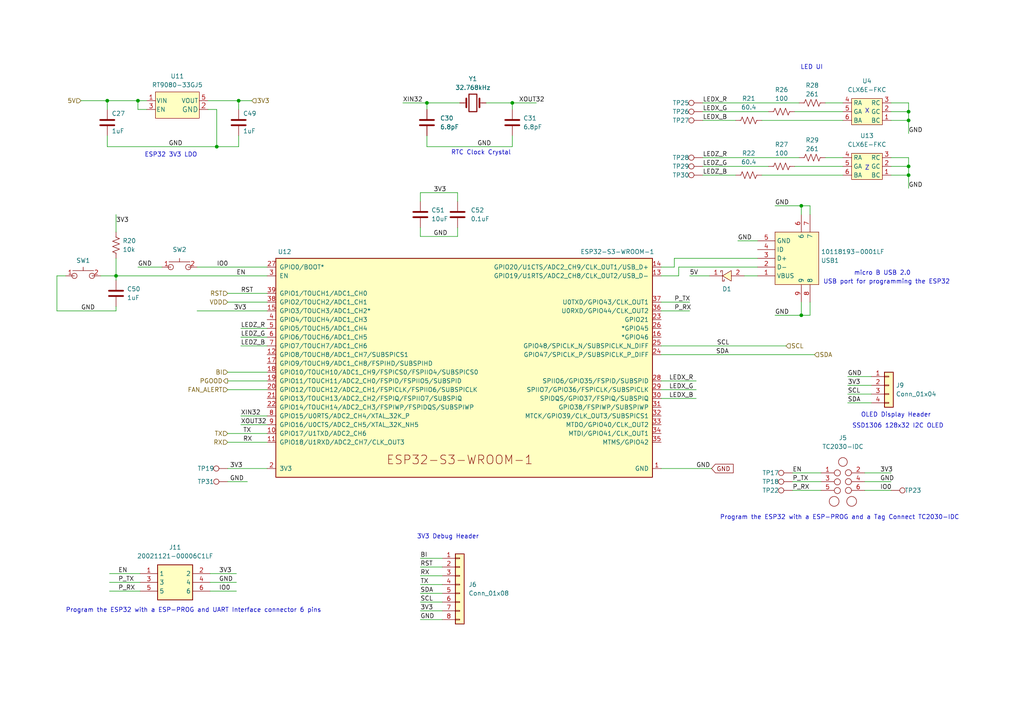
<source format=kicad_sch>
(kicad_sch (version 20230121) (generator eeschema)
  (paper "A4")
  (lib_symbols
    (symbol "CLX6E-FKC_1"
      (property "Reference" "U" (at 3.81 5.08 0))
      (property "Value" "CLX6E-FKC_1" (at 1.27 -5.08 0))
      (symbol "CLX6E-FKC_1_0_1"
        (rectangle (start -3.81 3.81) (end 5.08 -3.81) (stroke (width 0.1524)) (fill (type background)))
      )
      (symbol "CLX6E-FKC_1_1_1"
        (pin bidirectional line (at 7.62 -2.54 180) (length 2.54) (name "BC") (number "1"))
        (pin bidirectional line (at 7.62 0 180) (length 2.54) (name "GC") (number "2"))
        (pin bidirectional line (at 7.62 2.54 180) (length 2.54) (name "RC") (number "3"))
        (pin bidirectional line (at -6.35 2.54 0) (length 2.54) (name "RA") (number "4"))
        (pin bidirectional line (at -6.35 0 0) (length 2.54) (name "GA") (number "5"))
        (pin input line (at -6.35 -2.54 0) (length 2.54) (name "BA") (number "6"))
      )
    )
    (symbol "Connector:TestPoint" (pin_numbers hide) (pin_names (offset 0.762) hide)
      (property "Reference" "TP" (at 0 6.858 0))
      (property "Value" "TestPoint" (at 0 5.08 0))
      (symbol "TestPoint_0_1"
        (circle (center 0 3.302) (radius 0.762))
      )
      (symbol "TestPoint_1_1"
        (pin passive line (at 0 0 90) (length 2.54) (name "1") (number "1"))
      )
    )
    (symbol "Connector_Generic:Conn_01x04" (pin_names (offset 1.016) hide)
      (property "Reference" "J" (at 0 5.08 0))
      (property "Value" "Conn_01x04" (at 0 -7.62 0))
      (symbol "Conn_01x04_1_1"
        (rectangle (start -1.27 -4.953) (end 0 -5.207) (stroke (width 0.1524)))
        (rectangle (start -1.27 -2.413) (end 0 -2.667) (stroke (width 0.1524)))
        (rectangle (start -1.27 0.127) (end 0 -0.127) (stroke (width 0.1524)))
        (rectangle (start -1.27 2.667) (end 0 2.413) (stroke (width 0.1524)))
        (rectangle (start -1.27 3.81) (end 1.27 -6.35) (stroke (width 0.254)) (fill (type background)))
        (pin passive line (at -5.08 2.54 0) (length 3.81) (name "Pin_1") (number "1"))
        (pin passive line (at -5.08 0 0) (length 3.81) (name "Pin_2") (number "2"))
        (pin passive line (at -5.08 -2.54 0) (length 3.81) (name "Pin_3") (number "3"))
        (pin passive line (at -5.08 -5.08 0) (length 3.81) (name "Pin_4") (number "4"))
      )
    )
    (symbol "Connector_Generic:Conn_01x08" (pin_names (offset 1.016) hide)
      (property "Reference" "J" (at 0 10.16 0))
      (property "Value" "Conn_01x08" (at 0 -12.7 0))
      (symbol "Conn_01x08_1_1"
        (rectangle (start -1.27 -10.033) (end 0 -10.287) (stroke (width 0.1524)))
        (rectangle (start -1.27 -7.493) (end 0 -7.747) (stroke (width 0.1524)))
        (rectangle (start -1.27 -4.953) (end 0 -5.207) (stroke (width 0.1524)))
        (rectangle (start -1.27 -2.413) (end 0 -2.667) (stroke (width 0.1524)))
        (rectangle (start -1.27 0.127) (end 0 -0.127) (stroke (width 0.1524)))
        (rectangle (start -1.27 2.667) (end 0 2.413) (stroke (width 0.1524)))
        (rectangle (start -1.27 5.207) (end 0 4.953) (stroke (width 0.1524)))
        (rectangle (start -1.27 7.747) (end 0 7.493) (stroke (width 0.1524)))
        (rectangle (start -1.27 8.89) (end 1.27 -11.43) (stroke (width 0.254)) (fill (type background)))
        (pin passive line (at -5.08 7.62 0) (length 3.81) (name "Pin_1") (number "1"))
        (pin passive line (at -5.08 5.08 0) (length 3.81) (name "Pin_2") (number "2"))
        (pin passive line (at -5.08 2.54 0) (length 3.81) (name "Pin_3") (number "3"))
        (pin passive line (at -5.08 0 0) (length 3.81) (name "Pin_4") (number "4"))
        (pin passive line (at -5.08 -2.54 0) (length 3.81) (name "Pin_5") (number "5"))
        (pin passive line (at -5.08 -5.08 0) (length 3.81) (name "Pin_6") (number "6"))
        (pin passive line (at -5.08 -7.62 0) (length 3.81) (name "Pin_7") (number "7"))
        (pin passive line (at -5.08 -10.16 0) (length 3.81) (name "Pin_8") (number "8"))
      )
    )
    (symbol "Device:C" (pin_numbers hide) (pin_names (offset 0.254))
      (property "Reference" "C" (at 0.635 2.54 0))
      (property "Value" "C" (at 0.635 -2.54 0))
      (symbol "C_0_1"
        (polyline (pts (xy -2.032 -0.762) (xy 2.032 -0.762)) (stroke (width 0.508)))
        (polyline (pts (xy -2.032 0.762) (xy 2.032 0.762)) (stroke (width 0.508)))
      )
      (symbol "C_1_1"
        (pin passive line (at 0 3.81 270) (length 2.794) (name "~") (number "1"))
        (pin passive line (at 0 -3.81 90) (length 2.794) (name "~") (number "2"))
      )
    )
    (symbol "Device:Crystal" (pin_numbers hide) (pin_names (offset 1.016) hide)
      (property "Reference" "Y" (at 0 3.81 0))
      (property "Value" "Crystal" (at 0 -3.81 0))
      (symbol "Crystal_0_1"
        (rectangle (start -1.143 2.54) (end 1.143 -2.54) (stroke (width 0.3048)))
        (polyline (pts (xy -2.54 0) (xy -1.905 0)))
        (polyline (pts (xy -1.905 -1.27) (xy -1.905 1.27)) (stroke (width 0.508)))
        (polyline (pts (xy 1.905 -1.27) (xy 1.905 1.27)) (stroke (width 0.508)))
        (polyline (pts (xy 2.54 0) (xy 1.905 0)))
      )
      (symbol "Crystal_1_1"
        (pin passive line (at -3.81 0 0) (length 1.27) (name "1") (number "1"))
        (pin passive line (at 3.81 0 180) (length 1.27) (name "2") (number "2"))
      )
    )
    (symbol "Device:R_US" (pin_numbers hide) (pin_names (offset 0))
      (property "Reference" "R" (at 2.54 0 90))
      (property "Value" "R_US" (at -2.54 0 90))
      (symbol "R_US_0_1"
        (polyline (pts (xy 0 -2.286) (xy 0 -2.54)))
        (polyline (pts (xy 0 2.286) (xy 0 2.54)))
        (polyline (pts (xy 0 -0.762) (xy 1.016 -1.143) (xy 0 -1.524) (xy -1.016 -1.905) (xy 0 -2.286)))
        (polyline (pts (xy 0 0.762) (xy 1.016 0.381) (xy 0 0) (xy -1.016 -0.381) (xy 0 -0.762)))
        (polyline (pts (xy 0 2.286) (xy 1.016 1.905) (xy 0 1.524) (xy -1.016 1.143) (xy 0 0.762)))
      )
      (symbol "R_US_1_1"
        (pin passive line (at 0 3.81 270) (length 1.27) (name "~") (number "1"))
        (pin passive line (at 0 -3.81 90) (length 1.27) (name "~") (number "2"))
      )
    )
    (symbol "Espressif:ESP32-S3-WROOM-1" (pin_names (offset 1.016))
      (property "Reference" "U" (at -53.34 38.1 0))
      (property "Value" "ESP32-S3-WROOM-1" (at -53.34 35.56 0))
      (symbol "ESP32-S3-WROOM-1_0_0"
        (rectangle (start -53.34 33.02) (end 55.88 -30.48) (stroke (width 0.254)) (fill (type background)))
        (text "ESP32-S3-WROOM-1" (at 0 -25.4 0) (effects (font (size 2.54 2.54))))
        (pin power_in line (at 58.42 -27.94 180) (length 2.54) (name "GND") (number "1"))
        (pin bidirectional line (at -55.88 -17.78 0) (length 2.54) (name "GPIO17/U1TXD/ADC2_CH6") (number "10"))
        (pin bidirectional line (at -55.88 -20.32 0) (length 2.54) (name "GPIO18/U1RXD/ADC2_CH7/CLK_OUT3") (number "11"))
        (pin bidirectional line (at -55.88 5.08 0) (length 2.54) (name "GPIO8/TOUCH8/ADC1_CH7/SUBSPICS1") (number "12"))
        (pin bidirectional line (at 58.42 27.94 180) (length 2.54) (name "GPIO19/U1RTS/ADC2_CH8/CLK_OUT2/USB_D-") (number "13"))
        (pin bidirectional line (at 58.42 30.48 180) (length 2.54) (name "GPIO20/U1CTS/ADC2_CH9/CLK_OUT1/USB_D+") (number "14"))
        (pin bidirectional line (at -55.88 17.78 0) (length 2.54) (name "GPIO3/TOUCH3/ADC1_CH2*") (number "15"))
        (pin bidirectional line (at 58.42 10.16 180) (length 2.54) (name "*GPIO46") (number "16"))
        (pin bidirectional line (at -55.88 2.54 0) (length 2.54) (name "GPIO9/TOUCH9/ADC1_CH8/FSPIHD/SUBSPIHD") (number "17"))
        (pin bidirectional line (at -55.88 0 0) (length 2.54) (name "GPIO10/TOUCH10/ADC1_CH9/FSPICS0/FSPIIO4/SUBSPICS0") (number "18"))
        (pin bidirectional line (at -55.88 -2.54 0) (length 2.54) (name "GPIO11/TOUCH11/ADC2_CH0/FSPID/FSPIIO5/SUBSPID") (number "19"))
        (pin power_in line (at -55.88 -27.94 0) (length 2.54) (name "3V3") (number "2"))
        (pin bidirectional line (at -55.88 -5.08 0) (length 2.54) (name "GPIO12/TOUCH12/ADC2_CH1/FSPICLK/FSPIIO6/SUBSPICLK") (number "20"))
        (pin bidirectional line (at -55.88 -7.62 0) (length 2.54) (name "GPIO13/TOUCH13/ADC2_CH2/FSPIQ/FSPIIO7/SUBSPIQ") (number "21"))
        (pin bidirectional line (at -55.88 -10.16 0) (length 2.54) (name "GPIO14/TOUCH14/ADC2_CH3/FSPIWP/FSPIDQS/SUBSPIWP") (number "22"))
        (pin bidirectional line (at 58.42 15.24 180) (length 2.54) (name "GPIO21") (number "23"))
        (pin bidirectional line (at 58.42 5.08 180) (length 2.54) (name "GPIO47/SPICLK_P/SUBSPICLK_P_DIFF") (number "24"))
        (pin bidirectional line (at 58.42 7.62 180) (length 2.54) (name "GPIO48/SPICLK_N/SUBSPICLK_N_DIFF") (number "25"))
        (pin bidirectional line (at 58.42 12.7 180) (length 2.54) (name "*GPIO45") (number "26"))
        (pin bidirectional line (at -55.88 30.48 0) (length 2.54) (name "GPIO0/BOOT*") (number "27"))
        (pin bidirectional line (at 58.42 -2.54 180) (length 2.54) (name "SPIIO6/GPIO35/FSPID/SUBSPID") (number "28"))
        (pin bidirectional line (at 58.42 -5.08 180) (length 2.54) (name "SPIIO7/GPIO36/FSPICLK/SUBSPICLK") (number "29"))
        (pin input line (at -55.88 27.94 0) (length 2.54) (name "EN") (number "3"))
        (pin bidirectional line (at 58.42 -7.62 180) (length 2.54) (name "SPIDQS/GPIO37/FSPIQ/SUBSPIQ") (number "30"))
        (pin bidirectional line (at 58.42 -10.16 180) (length 2.54) (name "GPIO38/FSPIWP/SUBSPIWP") (number "31"))
        (pin bidirectional line (at 58.42 -12.7 180) (length 2.54) (name "MTCK/GPIO39/CLK_OUT3/SUBSPICS1") (number "32"))
        (pin bidirectional line (at 58.42 -15.24 180) (length 2.54) (name "MTDO/GPIO40/CLK_OUT2") (number "33"))
        (pin bidirectional line (at 58.42 -17.78 180) (length 2.54) (name "MTDI/GPIO41/CLK_OUT1") (number "34"))
        (pin bidirectional line (at 58.42 -20.32 180) (length 2.54) (name "MTMS/GPIO42") (number "35"))
        (pin bidirectional line (at 58.42 17.78 180) (length 2.54) (name "U0RXD/GPIO44/CLK_OUT2") (number "36"))
        (pin bidirectional line (at 58.42 20.32 180) (length 2.54) (name "U0TXD/GPIO43/CLK_OUT1") (number "37"))
        (pin bidirectional line (at -55.88 20.32 0) (length 2.54) (name "GPIO2/TOUCH2/ADC1_CH1") (number "38"))
        (pin bidirectional line (at -55.88 22.86 0) (length 2.54) (name "GPIO1/TOUCH1/ADC1_CH0") (number "39"))
        (pin bidirectional line (at -55.88 15.24 0) (length 2.54) (name "GPIO4/TOUCH4/ADC1_CH3") (number "4"))
        (pin passive line (at 58.42 -27.94 180) (length 2.54) hide (name "GND") (number "40"))
        (pin passive line (at 58.42 -27.94 180) (length 2.54) hide (name "GND") (number "41"))
        (pin bidirectional line (at -55.88 12.7 0) (length 2.54) (name "GPIO5/TOUCH5/ADC1_CH4") (number "5"))
        (pin bidirectional line (at -55.88 10.16 0) (length 2.54) (name "GPIO6/TOUCH6/ADC1_CH5") (number "6"))
        (pin bidirectional line (at -55.88 7.62 0) (length 2.54) (name "GPIO7/TOUCH7/ADC1_CH6") (number "7"))
        (pin bidirectional line (at -55.88 -12.7 0) (length 2.54) (name "GPIO15/U0RTS/ADC2_CH4/XTAL_32K_P") (number "8"))
        (pin bidirectional line (at -55.88 -15.24 0) (length 2.54) (name "GPIO16/U0CTS/ADC2_CH5/XTAL_32K_NH5") (number "9"))
      )
    )
    (symbol "Espressif:TC2030-IDC-NL" (pin_names (offset 1.016) hide)
      (property "Reference" "J" (at 0 -8.89 0))
      (property "Value" "TC2030-IDC-NL" (at 0.635 -11.43 0))
      (symbol "TC2030-IDC-NL_0_1"
        (circle (center -2.54 -5.715) (radius 1.4224))
        (circle (center -1.6002 2.54) (radius 0.889))
        (circle (center 0 5.715) (radius 1.27))
      )
      (symbol "TC2030-IDC-NL_1_1"
        (circle (center -1.6002 -2.5908) (radius 0.889))
        (circle (center -1.6002 -0.0508) (radius 0.889))
        (circle (center 1.6002 -2.54) (radius 0.889))
        (circle (center 1.6002 0) (radius 0.889))
        (circle (center 1.6002 2.5908) (radius 0.889))
        (circle (center 2.54 -5.715) (radius 1.4224))
        (pin passive line (at -6.35 2.54 0) (length 3.81) (name "Pin_1") (number "1"))
        (pin passive line (at 6.35 2.54 180) (length 3.81) (name "Pin_2") (number "2"))
        (pin passive line (at -6.35 0 0) (length 3.81) (name "Pin_3") (number "3"))
        (pin passive line (at 6.35 0 180) (length 3.81) (name "Pin_4") (number "4"))
        (pin passive line (at -6.35 -2.54 0) (length 3.81) (name "Pin_5") (number "5"))
        (pin passive line (at 6.35 -2.54 180) (length 3.81) (name "Pin_6") (number "6"))
      )
    )
    (symbol "bitaxe:20021121-00006C1LF"
      (property "Reference" "J10" (at 16.51 7.62 0))
      (property "Value" "20021121-00006C1LF" (at 16.51 5.08 0))
      (symbol "20021121-00006C1LF_1_1"
        (rectangle (start 5.08 2.54) (end 15.24 -7.62) (stroke (width 0.254)) (fill (type background)))
        (pin passive line (at 0 0 0) (length 5.08) (name "1") (number "1"))
        (pin passive line (at 20.32 0 180) (length 5.08) (name "2") (number "2"))
        (pin passive line (at 0 -2.54 0) (length 5.08) (name "3") (number "3"))
        (pin passive line (at 20.32 -2.54 180) (length 5.08) (name "4") (number "4"))
        (pin passive line (at 0 -5.08 0) (length 5.08) (name "5") (number "5"))
        (pin passive line (at 20.32 -5.08 180) (length 5.08) (name "6") (number "6"))
      )
    )
    (symbol "bitaxe:RT9080-33GJ5" (pin_names (offset 0.254))
      (property "Reference" "U" (at -6.35 5.08 0))
      (property "Value" "RT9080-33GJ5" (at 0 -5.08 0))
      (symbol "RT9080-33GJ5_1_1"
        (rectangle (start -6.35 3.81) (end 6.35 -3.81) (stroke (width 0.1524)) (fill (type background)))
        (pin power_in line (at -8.89 1.27 0) (length 2.54) (name "VIN") (number "1"))
        (pin power_in line (at 8.89 -1.27 180) (length 2.54) (name "GND") (number "2"))
        (pin input line (at -8.89 -1.27 0) (length 2.54) (name "EN") (number "3"))
        (pin output line (at 8.89 1.27 180) (length 2.54) (name "VOUT") (number "5"))
      )
    )
    (symbol "lcsc:GT-TC029B-H025-L1N"
      (property "Reference" "SW" (at 0 5.08 0))
      (property "Value" "GT-TC029B-H025-L1N" (at 0 -5.08 0))
      (symbol "GT-TC029B-H025-L1N_0_1"
        (circle (center -2.54 0) (radius 0.76))
        (polyline (pts (xy -3.05 1.52) (xy 3.05 1.52)))
        (polyline (pts (xy 0 1.52) (xy 0 2.54)))
        (circle (center 2.54 0) (radius 0.76))
        (pin unspecified line (at -5.08 0 0) (length 2.54) (name "~") (number "1"))
        (pin unspecified line (at 5.08 0 180) (length 2.54) (name "~") (number "2"))
      )
    )
    (symbol "lcsc:SS310_C85658"
      (property "Reference" "D" (at 0 5.08 0))
      (property "Value" "SS310_C85658" (at 0 -5.08 0))
      (symbol "SS310_C85658_0_1"
        (polyline (pts (xy -1.27 -1.52) (xy -1.27 1.52)))
        (polyline (pts (xy -1.27 -1.52) (xy -0.76 -1.52) (xy -0.76 -1.02)))
        (polyline (pts (xy -1.27 1.52) (xy -1.78 1.52) (xy -1.78 1.02)))
        (polyline (pts (xy 1.27 1.52) (xy -1.27 0) (xy 1.27 -1.52) (xy 1.27 1.52)) (fill (type background)))
        (pin unspecified line (at -5.08 0 0) (length 3.81) (name "~") (number "1"))
        (pin unspecified line (at 5.08 0 180) (length 3.81) (name "~") (number "2"))
      )
    )
    (symbol "lcsc:U254-051T-4BHJ25-F2S"
      (property "Reference" "USB" (at 0 17.78 0))
      (property "Value" "U254-051T-4BHJ25-F2S" (at 0 -17.78 0))
      (symbol "U254-051T-4BHJ25-F2S_0_1"
        (rectangle (start -2.54 7.62) (end 10.16 -7.62) (fill (type background)))
        (pin unspecified line (at -7.62 5.08 0) (length 5.08) (name "VBUS") (number "1"))
        (pin unspecified line (at -7.62 2.54 0) (length 5.08) (name "D-") (number "2"))
        (pin unspecified line (at -7.62 0 0) (length 5.08) (name "D+") (number "3"))
        (pin unspecified line (at -7.62 -2.54 0) (length 5.08) (name "ID") (number "4"))
        (pin unspecified line (at -7.62 -5.08 0) (length 5.08) (name "GND") (number "5"))
        (pin unspecified line (at 5.08 -12.7 90) (length 5.08) (name "6") (number "6"))
        (pin unspecified line (at 7.62 -12.7 90) (length 5.08) (name "7") (number "7"))
        (pin unspecified line (at 7.62 12.7 270) (length 5.08) (name "8") (number "8"))
        (pin unspecified line (at 5.08 12.7 270) (length 5.08) (name "9") (number "9"))
      )
    )
  )
  (junction (at 232.41 59.69))
  (junction (at 123.825 29.845))
  (junction (at 232.41 91.44))
  (junction (at 263.525 32.385))
  (junction (at 263.525 34.925))
  (junction (at 62.865 42.545))
  (junction (at 263.525 48.26))
  (junction (at 263.525 50.8))
  (junction (at 40.005 29.21))
  (junction (at 148.59 29.845))
  (junction (at 33.655 80.01))
  (junction (at 69.215 29.21))
  (junction (at 31.115 29.21))
  (wire (pts (xy 33.655 80.01) (xy 33.655 81.28)))
  (wire (pts (xy 234.95 62.23) (xy 234.95 59.69)))
  (wire (pts (xy 121.92 172.085) (xy 128.27 172.085)))
  (wire (pts (xy 121.92 177.165) (xy 128.27 177.165)))
  (wire (pts (xy 121.92 55.88) (xy 121.92 58.42)))
  (wire (pts (xy 191.77 113.03) (xy 201.93 113.03)))
  (wire (pts (xy 196.85 80.01) (xy 191.77 80.01)))
  (wire (pts (xy 31.115 29.21) (xy 31.115 31.75)))
  (wire (pts (xy 258.445 32.385) (xy 263.525 32.385)))
  (wire (pts (xy 200.025 80.01) (xy 205.74 80.01)))
  (wire (pts (xy 195.58 77.47) (xy 195.58 74.93)))
  (wire (pts (xy 239.395 29.845) (xy 244.475 29.845)))
  (wire (pts (xy 60.325 31.75) (xy 62.865 31.75)))
  (wire (pts (xy 140.97 29.845) (xy 148.59 29.845)))
  (wire (pts (xy 258.445 50.8) (xy 263.525 50.8)))
  (wire (pts (xy 250.825 139.7) (xy 258.445 139.7)))
  (wire (pts (xy 263.525 32.385) (xy 263.525 34.925)))
  (wire (pts (xy 69.215 39.37) (xy 69.215 42.545)))
  (wire (pts (xy 66.04 139.7) (xy 71.755 139.7)))
  (wire (pts (xy 66.04 110.49) (xy 77.47 110.49)))
  (wire (pts (xy 132.715 68.58) (xy 121.92 68.58)))
  (wire (pts (xy 213.995 69.85) (xy 219.71 69.85)))
  (wire (pts (xy 196.85 77.47) (xy 196.85 80.01)))
  (wire (pts (xy 62.865 31.75) (xy 62.865 42.545)))
  (wire (pts (xy 123.825 42.545) (xy 123.825 39.37)))
  (wire (pts (xy 220.98 34.925) (xy 244.475 34.925)))
  (wire (pts (xy 250.825 137.16) (xy 258.445 137.16)))
  (wire (pts (xy 234.95 59.69) (xy 232.41 59.69)))
  (wire (pts (xy 69.215 29.21) (xy 69.215 31.75)))
  (wire (pts (xy 77.47 125.73) (xy 66.04 125.73)))
  (wire (pts (xy 33.655 88.9) (xy 33.655 90.17)))
  (wire (pts (xy 132.715 66.04) (xy 132.715 68.58)))
  (wire (pts (xy 263.525 34.925) (xy 263.525 38.735)))
  (wire (pts (xy 40.005 29.21) (xy 42.545 29.21)))
  (wire (pts (xy 69.85 97.79) (xy 77.47 97.79)))
  (wire (pts (xy 69.85 100.33) (xy 77.47 100.33)))
  (wire (pts (xy 232.41 87.63) (xy 232.41 91.44)))
  (wire (pts (xy 148.59 29.845) (xy 155.575 29.845)))
  (wire (pts (xy 69.85 120.65) (xy 77.47 120.65)))
  (wire (pts (xy 77.47 85.09) (xy 66.04 85.09)))
  (wire (pts (xy 230.505 48.26) (xy 244.475 48.26)))
  (wire (pts (xy 66.04 107.95) (xy 77.47 107.95)))
  (wire (pts (xy 16.51 90.17) (xy 33.655 90.17)))
  (wire (pts (xy 191.77 115.57) (xy 201.93 115.57)))
  (wire (pts (xy 116.84 29.845) (xy 123.825 29.845)))
  (wire (pts (xy 57.15 90.17) (xy 77.47 90.17)))
  (wire (pts (xy 60.96 166.37) (xy 68.58 166.37)))
  (wire (pts (xy 31.75 166.37) (xy 40.64 166.37)))
  (wire (pts (xy 123.825 42.545) (xy 148.59 42.545)))
  (wire (pts (xy 16.51 80.01) (xy 16.51 90.17)))
  (wire (pts (xy 220.98 50.8) (xy 244.475 50.8)))
  (wire (pts (xy 203.835 34.925) (xy 213.36 34.925)))
  (wire (pts (xy 123.825 29.845) (xy 123.825 31.75)))
  (wire (pts (xy 23.495 29.21) (xy 31.115 29.21)))
  (wire (pts (xy 224.79 91.44) (xy 232.41 91.44)))
  (wire (pts (xy 222.885 48.26) (xy 203.835 48.26)))
  (wire (pts (xy 250.825 142.24) (xy 258.445 142.24)))
  (wire (pts (xy 195.58 74.93) (xy 219.71 74.93)))
  (wire (pts (xy 31.75 171.45) (xy 40.64 171.45)))
  (wire (pts (xy 203.835 50.8) (xy 213.36 50.8)))
  (wire (pts (xy 121.92 174.625) (xy 128.27 174.625)))
  (wire (pts (xy 258.445 48.26) (xy 263.525 48.26)))
  (wire (pts (xy 69.85 123.19) (xy 77.47 123.19)))
  (wire (pts (xy 245.872 109.22) (xy 252.73 109.22)))
  (wire (pts (xy 263.525 48.26) (xy 263.525 50.8)))
  (wire (pts (xy 60.96 168.91) (xy 68.58 168.91)))
  (wire (pts (xy 230.505 32.385) (xy 244.475 32.385)))
  (wire (pts (xy 191.77 102.87) (xy 236.22 102.87)))
  (wire (pts (xy 191.77 90.17) (xy 200.025 90.17)))
  (wire (pts (xy 77.47 128.27) (xy 66.04 128.27)))
  (wire (pts (xy 57.15 77.47) (xy 77.47 77.47)))
  (wire (pts (xy 191.77 77.47) (xy 195.58 77.47)))
  (wire (pts (xy 191.77 110.49) (xy 201.93 110.49)))
  (wire (pts (xy 123.825 29.845) (xy 133.35 29.845)))
  (wire (pts (xy 31.75 168.91) (xy 40.64 168.91)))
  (wire (pts (xy 229.87 142.24) (xy 238.125 142.24)))
  (wire (pts (xy 33.655 74.93) (xy 33.655 80.01)))
  (wire (pts (xy 33.655 80.01) (xy 77.47 80.01)))
  (wire (pts (xy 69.85 95.25) (xy 77.47 95.25)))
  (wire (pts (xy 69.215 29.21) (xy 73.025 29.21)))
  (wire (pts (xy 31.115 29.21) (xy 40.005 29.21)))
  (wire (pts (xy 19.05 80.01) (xy 16.51 80.01)))
  (wire (pts (xy 121.92 167.005) (xy 128.27 167.005)))
  (wire (pts (xy 121.92 169.545) (xy 128.27 169.545)))
  (wire (pts (xy 245.872 114.3) (xy 252.73 114.3)))
  (wire (pts (xy 196.85 77.47) (xy 219.71 77.47)))
  (wire (pts (xy 263.525 45.72) (xy 263.525 48.26)))
  (wire (pts (xy 191.77 135.89) (xy 206.375 135.89)))
  (wire (pts (xy 229.87 139.7) (xy 238.125 139.7)))
  (wire (pts (xy 31.115 42.545) (xy 31.115 39.37)))
  (wire (pts (xy 66.04 87.63) (xy 77.47 87.63)))
  (wire (pts (xy 263.525 50.8) (xy 263.525 54.61)))
  (wire (pts (xy 232.41 59.69) (xy 232.41 62.23)))
  (wire (pts (xy 121.92 68.58) (xy 121.92 66.04)))
  (wire (pts (xy 121.92 161.925) (xy 128.27 161.925)))
  (wire (pts (xy 203.835 45.72) (xy 231.775 45.72)))
  (wire (pts (xy 77.47 113.03) (xy 66.04 113.03)))
  (wire (pts (xy 29.21 80.01) (xy 33.655 80.01)))
  (wire (pts (xy 42.545 31.75) (xy 40.005 31.75)))
  (wire (pts (xy 258.445 34.925) (xy 263.525 34.925)))
  (wire (pts (xy 40.005 77.47) (xy 46.99 77.47)))
  (wire (pts (xy 148.59 29.845) (xy 148.59 31.75)))
  (wire (pts (xy 229.87 137.16) (xy 238.125 137.16)))
  (wire (pts (xy 191.77 100.33) (xy 227.965 100.33)))
  (wire (pts (xy 232.41 91.44) (xy 234.95 91.44)))
  (wire (pts (xy 33.655 62.23) (xy 33.655 67.31)))
  (wire (pts (xy 191.77 87.63) (xy 200.025 87.63)))
  (wire (pts (xy 40.005 31.75) (xy 40.005 29.21)))
  (wire (pts (xy 234.95 87.63) (xy 234.95 91.44)))
  (wire (pts (xy 121.92 179.705) (xy 128.27 179.705)))
  (wire (pts (xy 239.395 45.72) (xy 244.475 45.72)))
  (wire (pts (xy 148.59 39.37) (xy 148.59 42.545)))
  (wire (pts (xy 203.835 29.845) (xy 231.775 29.845)))
  (wire (pts (xy 258.445 29.845) (xy 263.525 29.845)))
  (wire (pts (xy 132.715 55.88) (xy 121.92 55.88)))
  (wire (pts (xy 224.79 59.69) (xy 232.41 59.69)))
  (wire (pts (xy 258.445 45.72) (xy 263.525 45.72)))
  (wire (pts (xy 121.92 164.465) (xy 128.27 164.465)))
  (wire (pts (xy 222.885 32.385) (xy 203.835 32.385)))
  (wire (pts (xy 66.04 135.89) (xy 77.47 135.89)))
  (wire (pts (xy 245.872 116.84) (xy 252.73 116.84)))
  (wire (pts (xy 132.715 58.42) (xy 132.715 55.88)))
  (wire (pts (xy 60.96 171.45) (xy 68.58 171.45)))
  (wire (pts (xy 245.872 111.76) (xy 252.73 111.76)))
  (wire (pts (xy 263.525 29.845) (xy 263.525 32.385)))
  (wire (pts (xy 215.9 80.01) (xy 219.71 80.01)))
  (wire (pts (xy 69.215 42.545) (xy 62.865 42.545)))
  (wire (pts (xy 60.325 29.21) (xy 69.215 29.21)))
  (wire (pts (xy 62.865 42.545) (xy 31.115 42.545)))
  (text "X" (at 250.825 33.02 0) (effects (font (size 1.27 1.27)) (justify left bottom)))
  (text "Z" (at 250.825 49.53 0) (effects (font (size 1.27 1.27)) (justify left bottom)))
  (text "RTC Clock Crystal" (at 130.81 45.085 0) (effects (font (size 1.27 1.27)) (justify left bottom)))
  (text "Program the ESP32 with a ESP-PROG and UART Interface connector 6 pins" (at 19.05 177.8 0) (effects (font (size 1.27 1.27)) (justify left bottom)))
  (text "ESP32 3V3 LDO" (at 41.91 45.72 0) (effects (font (size 1.27 1.27)) (justify left bottom)))
  (text "Program the ESP32 with a ESP-PROG and a Tag Connect TC2030-IDC" (at 208.788 150.876 0) (effects (font (size 1.27 1.27)) (justify left bottom)))
  (text "USB port for programming the ESP32" (at 238.76 82.55 0) (effects (font (size 1.27 1.27)) (justify left bottom)))
  (text "3V3 Debug Header" (at 120.904 156.464 0) (effects (font (size 1.27 1.27)) (justify left bottom)))
  (text "SSD1306 128x32 I2C OLED" (at 247.142 124.333 0) (effects (font (size 1.27 1.27)) (justify left bottom)))
  (text "micro B USB 2.0\n" (at 247.65 80.01 0) (effects (font (size 1.27 1.27)) (justify left bottom)))
  (text "LED UI" (at 232.156 20.32 0) (effects (font (size 1.27 1.27)) (justify left bottom)))
  (text "OLED Display Header" (at 249.682 121.158 0) (effects (font (size 1.27 1.27)) (justify left bottom)))
  (label "3V3" (at 33.655 64.77 0))
  (label "LEDZ_G" (at 203.835 48.26 0))
  (label "GND" (at 213.995 69.85 0))
  (label "P_RX" (at 229.87 142.24 0))
  (label "IO0" (at 63.5 171.45 0))
  (label "GND" (at 40.005 77.47 0))
  (label "RX" (at 121.92 167.005 0))
  (label "GND" (at 23.495 90.17 0))
  (label "EN" (at 68.58 80.01 0))
  (label "RST" (at 121.92 164.465 0))
  (label "RST" (at 69.85 85.09 0))
  (label "SDA" (at 121.92 172.085 0))
  (label "GND" (at 263.525 54.61 0))
  (label "GND" (at 224.79 59.69 0))
  (label "LEDX_G" (at 194.056 113.03 0))
  (label "P_TX" (at 229.87 139.7 0))
  (label "3V3" (at 63.5 166.37 0))
  (label "EN" (at 229.87 137.16 0))
  (label "GND" (at 245.872 109.22 0))
  (label "IO0" (at 62.865 77.47 0))
  (label "XOUT32" (at 150.495 29.845 0))
  (label "P_RX" (at 195.58 90.17 0))
  (label "LEDX_G" (at 203.835 32.385 0))
  (label "LEDZ_G" (at 69.85 97.79 0))
  (label "GND" (at 125.73 68.58 0))
  (label "3V3" (at 66.675 135.89 0))
  (label "GND" (at 224.79 91.44 0))
  (label "GND" (at 63.5 168.91 0))
  (label "SDA" (at 207.645 102.87 0))
  (label "BI" (at 121.92 161.925 0))
  (label "P_RX" (at 34.29 171.45 0))
  (label "XIN32" (at 69.85 120.65 0))
  (label "TX" (at 70.485 125.73 0))
  (label "GND" (at 138.43 42.545 0))
  (label "3V3" (at 255.27 137.16 0))
  (label "LEDX_R" (at 194.056 110.49 0))
  (label "LEDZ_R" (at 203.835 45.72 0))
  (label "IO0" (at 255.27 142.24 0))
  (label "5V" (at 200.025 80.01 0))
  (label "SCL" (at 121.92 174.625 0))
  (label "SCL" (at 207.899 100.33 0))
  (label "XOUT32" (at 69.85 123.19 0))
  (label "SCL" (at 245.872 114.3 0))
  (label "XIN32" (at 116.84 29.845 0))
  (label "GND" (at 201.93 135.89 0))
  (label "SDA" (at 245.872 116.84 0))
  (label "TX" (at 121.92 169.545 0))
  (label "P_TX" (at 34.29 168.91 0))
  (label "3V3" (at 125.73 55.88 0))
  (label "3V3" (at 121.92 177.165 0))
  (label "LEDX_R" (at 203.835 29.845 0))
  (label "P_TX" (at 195.58 87.63 0))
  (label "GND" (at 121.92 179.705 0))
  (label "3V3" (at 67.818 90.17 0))
  (label "3V3" (at 245.872 111.76 0))
  (label "LEDZ_R" (at 69.85 95.25 0))
  (label "EN" (at 34.29 166.37 0))
  (label "GND" (at 255.27 139.7 0))
  (label "GND" (at 48.895 42.545 0))
  (label "LEDX_B" (at 194.056 115.57 0))
  (label "GND" (at 66.675 139.7 0))
  (label "RX" (at 70.485 128.27 0))
  (label "LEDZ_B" (at 69.85 100.33 0))
  (label "LEDZ_B" (at 203.835 50.8 0))
  (label "LEDX_B" (at 203.835 34.925 0))
  (label "GND" (at 263.525 38.735 0))
  (global_label "GND" (shape input) (at 206.375 135.89 0) (property "Intersheetrefs" "${INTERSHEET_REFS}" (effects hide)))
  (hierarchical_label "TX" (shape input) (at 66.04 125.73 180))
  (hierarchical_label "RX" (shape input) (at 66.04 128.27 180))
  (hierarchical_label "FAN_ALERT" (shape input) (at 66.04 113.03 180))
  (hierarchical_label "BI" (shape input) (at 66.04 107.95 180))
  (hierarchical_label "3V3" (shape input) (at 73.025 29.21 0))
  (hierarchical_label "SCL" (shape input) (at 227.965 100.33 0))
  (hierarchical_label "RST" (shape input) (at 66.04 85.09 180))
  (hierarchical_label "SDA" (shape input) (at 236.22 102.87 0))
  (hierarchical_label "PGOOD" (shape output) (at 66.04 110.49 180))
  (hierarchical_label "5V" (shape input) (at 23.495 29.21 180))
  (hierarchical_label "VDD" (shape input) (at 66.04 87.63 180))
  (symbol (lib_id "lcsc:GT-TC029B-H025-L1N") (at 52.07 77.47 0) (unit 1)
    (property "Reference" "SW2" (at 52.07 72.39 0))
    (property "Value" "GT-TC029B-H025-L1N" (effects hide))
    (property "Footprint" "bitaxe:SW_CS1213AGF260_CRS" (effects hide))
    (property "Datasheet" "https://www.citrelay.com/Catalog%20Pages/SwitchCatalog/CS1213.pdf" (effects hide))
    (property "DK" "2449-CS1213AGF260CT-ND" (effects hide))
    (property "PARTNO" "CS1213AGF260" (effects hide))
  )
  (symbol (lib_id "Device:R_US") (at 235.585 29.845 90) (unit 1)
    (property "Reference" "R28" (at 235.585 24.765 90))
    (property "Value" "261" (at 235.585 27.305 90))
    (property "Footprint" "Resistor_SMD:R_0402_1005Metric" (effects hide))
    (property "DK" "YAG3078CT-ND" (effects hide))
    (property "PARTNO" "RC0402FR-07261RL" (effects hide))
  )
  (symbol (lib_id "lcsc:U254-051T-4BHJ25-F2S") (at 227.33 74.93 0) (mirror x) (unit 1)
    (property "Reference" "USB1" (at 238.125 75.565 0) (effects (justify left)))
    (property "Value" "10118193-0001LF" (at 238.125 73.025 0) (effects (justify left)))
    (property "Footprint" "bitaxe:USB_10118193-0001LF_AMP" (effects hide))
    (property "Datasheet" "https://www.amphenol-cs.com/media/wysiwyg/files/drawing/10118193.pdf" (effects hide))
    (property "DK" "609-4616-1-ND" (effects hide))
    (property "PARTNO" "10118193-0001LF" (effects hide))
  )
  (symbol (lib_id "Device:C") (at 33.655 85.09 0) (unit 1)
    (property "Reference" "C50" (at 36.83 83.82 0) (effects (justify left)))
    (property "Value" "1uF" (at 36.83 86.36 0) (effects (justify left)))
    (property "Footprint" "Capacitor_SMD:C_0402_1005Metric" (effects hide))
    (property "DK" "587-5514-1-ND" (effects hide))
    (property "PARTNO" "EMK105BJ105MV-F" (effects hide))
  )
  (symbol (lib_id "Device:C") (at 123.825 35.56 0) (unit 1)
    (property "Reference" "C30" (at 127.635 34.2899 0) (effects (justify left)))
    (property "Value" "6.8pF" (at 127.635 36.8299 0) (effects (justify left)))
    (property "Footprint" "Capacitor_SMD:C_0402_1005Metric" (effects hide))
    (property "DK" "399-C0402C689C5GAC7867CT-ND" (effects hide))
    (property "PARTNO" "C0402C689C5GAC7867" (effects hide))
  )
  (symbol (lib_id "Connector:TestPoint") (at 203.835 34.925 90) (mirror x) (unit 1) (in_bom no)
    (property "Reference" "TP27" (at 197.485 34.925 90))
    (property "Value" "TestPoint" (effects hide))
    (property "Footprint" "TestPoint:TestPoint_Pad_D1.5mm" (effects hide))
  )
  (symbol (lib_id "Connector:TestPoint") (at 203.835 48.26 90) (mirror x) (unit 1) (in_bom no)
    (property "Reference" "TP29" (at 197.485 48.26 90))
    (property "Value" "TestPoint" (effects hide))
    (property "Footprint" "TestPoint:TestPoint_Pad_D1.5mm" (effects hide))
  )
  (symbol (lib_name "CLX6E-FKC_1") (lib_id "bitaxe:CLX6E-FKC") (at 250.825 32.385 0) (unit 1)
    (property "Reference" "U4" (at 251.46 23.495 0))
    (property "Value" "CLX6E-FKC" (at 251.46 26.035 0))
    (property "Footprint" "bitaxe:CLX6E-FKC-CH1M1D1BB7C3D3" (effects hide))
    (property "Datasheet" "https://assets.cree-led.com/a/ds/h/HB-CLX6E-FKC.pdf" (effects hide))
    (property "DK" "CLX6E-FKC-CH1M1D1BB7C3D3CT-ND" (effects hide))
    (property "PARTNO" "CLX6E-FKC-CH1M1D1BB7C3D3" (effects hide))
  )
  (symbol (lib_id "Connector:TestPoint") (at 66.04 139.7 90) (mirror x) (unit 1) (in_bom no)
    (property "Reference" "TP31" (at 59.69 139.7 90))
    (property "Value" "TestPoint" (effects hide))
    (property "Footprint" "TestPoint:TestPoint_Pad_D1.5mm" (effects hide))
  )
  (symbol (lib_id "Device:R_US") (at 33.655 71.12 0) (unit 1)
    (property "Reference" "R20" (at 35.56 69.85 0) (effects (justify left)))
    (property "Value" "10k" (at 35.56 72.39 0) (effects (justify left)))
    (property "Footprint" "Resistor_SMD:R_0402_1005Metric" (effects hide))
    (property "DK" "311-10KJRCT-ND" (effects hide))
    (property "PARTNO" "RC0402JR-0710KL" (effects hide))
  )
  (symbol (lib_id "Device:C") (at 132.715 62.23 0) (unit 1)
    (property "Reference" "C52" (at 136.525 60.9599 0) (effects (justify left)))
    (property "Value" "0.1uF" (at 136.525 63.4999 0) (effects (justify left)))
    (property "Footprint" "Capacitor_SMD:C_0402_1005Metric" (effects hide))
    (property "DK" "1292-1639-1-ND" (effects hide))
    (property "PARTNO" "0402X104K100CT" (effects hide))
  )
  (symbol (lib_id "Device:R_US") (at 226.695 32.385 90) (unit 1)
    (property "Reference" "R26" (at 226.695 26.035 90))
    (property "Value" "100" (at 226.695 28.575 90))
    (property "Footprint" "Resistor_SMD:R_0402_1005Metric" (effects hide))
    (property "DK" "RMCF0402FT100RCT-ND" (effects hide))
    (property "PARTNO" "RMCF0402FT100R" (effects hide))
  )
  (symbol (lib_id "Connector_Generic:Conn_01x04") (at 257.81 111.76 0) (unit 1) (in_bom no)
    (property "Reference" "J9" (at 259.842 111.7599 0) (effects (justify left)))
    (property "Value" "Conn_01x04" (at 259.842 114.2999 0) (effects (justify left)))
    (property "Footprint" "Connector_PinHeader_2.54mm:PinHeader_1x04_P2.54mm_Vertical" (effects hide))
  )
  (symbol (lib_id "Device:R_US") (at 235.585 45.72 90) (unit 1)
    (property "Reference" "R29" (at 235.585 40.64 90))
    (property "Value" "261" (at 235.585 43.18 90))
    (property "Footprint" "Resistor_SMD:R_0402_1005Metric" (effects hide))
    (property "DK" "YAG3078CT-ND" (effects hide))
    (property "PARTNO" "RC0402FR-07261RL" (effects hide))
  )
  (symbol (lib_id "Device:C") (at 148.59 35.56 0) (unit 1)
    (property "Reference" "C31" (at 151.765 34.2899 0) (effects (justify left)))
    (property "Value" "6.8pF" (at 151.765 36.8299 0) (effects (justify left)))
    (property "Footprint" "Capacitor_SMD:C_0402_1005Metric" (effects hide))
    (property "DK" "399-C0402C689C5GAC7867CT-ND" (effects hide))
    (property "PARTNO" "C0402C689C5GAC7867" (effects hide))
  )
  (symbol (lib_id "bitaxe:RT9080-33GJ5") (at 51.435 30.48 0) (unit 1)
    (property "Reference" "U11" (at 51.435 22.098 0))
    (property "Value" "RT9080-33GJ5" (at 51.435 24.638 0))
    (property "Footprint" "bitaxe:RT9080-33GJ5" (effects hide))
    (property "Datasheet" "https://www.richtek.com/assets/product_file/RT9080/DS9080-05.pdf" (effects hide))
    (property "DK" "1028-1509-1-ND" (effects hide))
    (property "PARTNO" "RT9080-33GJ5" (effects hide))
  )
  (symbol (lib_id "Connector:TestPoint") (at 203.835 50.8 90) (mirror x) (unit 1) (in_bom no)
    (property "Reference" "TP30" (at 197.485 50.8 90))
    (property "Value" "TestPoint" (effects hide))
    (property "Footprint" "TestPoint:TestPoint_Pad_D1.5mm" (effects hide))
  )
  (symbol (lib_id "bitaxe:20021121-00006C1LF") (at 40.64 166.37 0) (unit 1)
    (property "Reference" "J11" (at 50.8 158.75 0))
    (property "Value" "20021121-00006C1LF" (at 50.8 161.29 0))
    (property "Footprint" "2002112100006C1LF" (effects hide))
    (property "Datasheet" "https://cdn.amphenol-cs.com/media/wysiwyg/files/drawing/20021121.pdf" (effects hide))
    (property "Height" "4.75" (effects hide))
    (property "Mouser Part Number" "649-2021121006C1LF" (effects hide))
    (property "Mouser Price/Stock" "https://www.mouser.co.uk/ProductDetail/Amphenol-FCI/20021121-00006C1LF?qs=oJs1R%252BxK6kQPyAJxZIkI8A%3D%3D" (effects hide))
    (property "Manufacturer_Name" "Amphenol Communications Solutions" (effects hide))
    (property "Manufacturer_Part_Number" "20021121-00006C1LF" (effects hide))
  )
  (symbol (lib_id "lcsc:GT-TC029B-H025-L1N") (at 24.13 80.01 0) (unit 1)
    (property "Reference" "SW1" (at 24.13 75.565 0))
    (property "Value" "GT-TC029B-H025-L1N" (effects hide))
    (property "Footprint" "bitaxe:SW_CS1213AGF260_CRS" (effects hide))
    (property "Datasheet" "https://www.citrelay.com/Catalog%20Pages/SwitchCatalog/CS1213.pdf" (effects hide))
    (property "DK" "2449-CS1213AGF260CT-ND" (effects hide))
    (property "PARTNO" "CS1213AGF260" (effects hide))
  )
  (symbol (lib_id "Device:R_US") (at 226.695 48.26 90) (unit 1)
    (property "Reference" "R27" (at 226.695 41.91 90))
    (property "Value" "100" (at 226.695 44.45 90))
    (property "Footprint" "Resistor_SMD:R_0402_1005Metric" (effects hide))
    (property "DK" "RMCF0402FT100RCT-ND" (effects hide))
    (property "PARTNO" "RMCF0402FT100R" (effects hide))
  )
  (symbol (lib_id "Connector:TestPoint") (at 229.87 139.7 90) (mirror x) (unit 1) (in_bom no)
    (property "Reference" "TP18" (at 223.52 139.7 90))
    (property "Value" "TestPoint" (effects hide))
    (property "Footprint" "TestPoint:TestPoint_Pad_D1.5mm" (effects hide))
  )
  (symbol (lib_id "Connector:TestPoint") (at 258.445 142.24 270) (mirror x) (unit 1) (in_bom no)
    (property "Reference" "TP23" (at 264.795 142.24 90))
    (property "Value" "TestPoint" (effects hide))
    (property "Footprint" "TestPoint:TestPoint_Pad_D1.5mm" (effects hide))
  )
  (symbol (lib_id "Connector:TestPoint") (at 203.835 45.72 90) (mirror x) (unit 1) (in_bom no)
    (property "Reference" "TP28" (at 197.485 45.72 90))
    (property "Value" "TestPoint" (effects hide))
    (property "Footprint" "TestPoint:TestPoint_Pad_D1.5mm" (effects hide))
  )
  (symbol (lib_id "Connector:TestPoint") (at 203.835 29.845 90) (mirror x) (unit 1) (in_bom no)
    (property "Reference" "TP25" (at 197.485 29.845 90))
    (property "Value" "TestPoint" (effects hide))
    (property "Footprint" "TestPoint:TestPoint_Pad_D1.5mm" (effects hide))
  )
  (symbol (lib_id "lcsc:SS310_C85658") (at 210.82 80.01 0) (unit 1)
    (property "Reference" "D1" (at 210.82 83.82 0))
    (property "Value" "SS310" (effects hide))
    (property "Footprint" "bitaxe:SMA_L4.3-W2.6-LS5.2-RD" (effects hide))
    (property "Datasheet" "https://lcsc.com/product-detail/Schottky-Barrier-Diodes-SBD_SS310_C85658.html" (effects hide))
    (property "DK" "3191-SS310ACT-ND" (effects hide))
    (property "PARTNO" "SS310A" (effects hide))
  )
  (symbol (lib_id "Device:R_US") (at 217.17 34.925 90) (unit 1)
    (property "Reference" "R21" (at 217.17 28.575 90))
    (property "Value" "60.4" (at 217.17 31.115 90))
    (property "Footprint" "Resistor_SMD:R_0402_1005Metric" (effects hide))
    (property "DK" "311-60.4LRCT-ND" (effects hide))
    (property "PARTNO" "RC0402FR-0760R4L" (effects hide))
  )
  (symbol (lib_id "Espressif:TC2030-IDC-NL") (at 244.475 139.7 0) (unit 1) (in_bom no)
    (property "Reference" "J5" (at 244.475 127 0))
    (property "Value" "TC2030-IDC" (at 244.475 129.54 0))
    (property "Footprint" "Connector:Tag-Connect_TC2030-IDC-NL_2x03_P1.27mm_Vertical" (effects hide))
  )
  (symbol (lib_id "Device:C") (at 69.215 35.56 0) (unit 1)
    (property "Reference" "C49" (at 70.485 33.655 0) (effects (justify left bottom)))
    (property "Value" "1uF" (at 70.485 38.735 0) (effects (justify left bottom)))
    (property "Footprint" "Capacitor_SMD:C_0402_1005Metric" (effects hide))
    (property "DK" "587-5514-1-ND" (effects hide))
    (property "PARTNO" "EMK105BJ105MV-F" (effects hide))
  )
  (symbol (lib_id "Device:C") (at 121.92 62.23 0) (unit 1)
    (property "Reference" "C51" (at 125.095 60.9599 0) (effects (justify left)))
    (property "Value" "10uF" (at 125.095 63.4999 0) (effects (justify left)))
    (property "Footprint" "Capacitor_SMD:C_0805_2012Metric" (effects hide))
    (property "DK" "1276-1096-1-ND" (effects hide))
    (property "PARTNO" "CL21A106KOQNNNE" (effects hide))
  )
  (symbol (lib_id "Connector:TestPoint") (at 203.835 32.385 90) (mirror x) (unit 1) (in_bom no)
    (property "Reference" "TP26" (at 197.485 32.385 90))
    (property "Value" "TestPoint" (effects hide))
    (property "Footprint" "TestPoint:TestPoint_Pad_D1.5mm" (effects hide))
  )
  (symbol (lib_id "Device:Crystal") (at 137.16 29.845 0) (unit 1)
    (property "Reference" "Y1" (at 137.16 22.86 0))
    (property "Value" "32.768kHz" (at 137.16 25.4 0))
    (property "Footprint" "bitaxe:SC32S-7PF20PPM" (effects hide))
    (property "Datasheet" "https://www.sii.co.jp/en/quartz/files/2013/03/SC-32S_Leaflet_e20151217.pdf" (effects hide))
    (property "DK" "728-1074-1-ND" (effects hide))
    (property "PARTNO" "SC32S-7PF20PPM" (effects hide))
  )
  (symbol (lib_id "Connector:TestPoint") (at 66.04 135.89 90) (mirror x) (unit 1) (in_bom no)
    (property "Reference" "TP19" (at 59.69 135.89 90))
    (property "Value" "TestPoint" (effects hide))
    (property "Footprint" "TestPoint:TestPoint_Pad_D1.5mm" (effects hide))
  )
  (symbol (lib_id "Connector:TestPoint") (at 229.87 137.16 90) (mirror x) (unit 1) (in_bom no)
    (property "Reference" "TP17" (at 223.52 137.16 90))
    (property "Value" "TestPoint" (effects hide))
    (property "Footprint" "TestPoint:TestPoint_Pad_D1.5mm" (effects hide))
  )
  (symbol (lib_id "Connector_Generic:Conn_01x08") (at 133.35 169.545 0) (unit 1) (in_bom no)
    (property "Reference" "J6" (at 135.89 169.5449 0) (effects (justify left)))
    (property "Value" "Conn_01x08" (at 135.89 172.0849 0) (effects (justify left)))
    (property "Footprint" "Connector_PinHeader_2.54mm:PinHeader_1x08_P2.54mm_Vertical" (effects hide))
  )
  (symbol (lib_name "CLX6E-FKC_1") (lib_id "bitaxe:CLX6E-FKC") (at 250.825 48.26 0) (unit 1)
    (property "Reference" "U13" (at 251.46 39.37 0))
    (property "Value" "CLX6E-FKC" (at 251.46 41.91 0))
    (property "Footprint" "bitaxe:CLX6E-FKC-CH1M1D1BB7C3D3" (effects hide))
    (property "Datasheet" "https://assets.cree-led.com/a/ds/h/HB-CLX6E-FKC.pdf" (effects hide))
    (property "DK" "CLX6E-FKC-CH1M1D1BB7C3D3CT-ND" (effects hide))
    (property "PARTNO" "CLX6E-FKC-CH1M1D1BB7C3D3" (effects hide))
  )
  (symbol (lib_id "Connector:TestPoint") (at 229.87 142.24 90) (mirror x) (unit 1) (in_bom no)
    (property "Reference" "TP22" (at 223.52 142.24 90))
    (property "Value" "TestPoint" (effects hide))
    (property "Footprint" "TestPoint:TestPoint_Pad_D1.5mm" (effects hide))
  )
  (symbol (lib_id "Device:C") (at 31.115 35.56 0) (unit 1)
    (property "Reference" "C27" (at 32.385 33.655 0) (effects (justify left bottom)))
    (property "Value" "1uF" (at 32.385 38.735 0) (effects (justify left bottom)))
    (property "Footprint" "Capacitor_SMD:C_0402_1005Metric" (effects hide))
    (property "DK" "587-5514-1-ND" (effects hide))
    (property "PARTNO" "EMK105BJ105MV-F" (effects hide))
  )
  (symbol (lib_id "Device:R_US") (at 217.17 50.8 90) (unit 1)
    (property "Reference" "R22" (at 217.17 44.45 90))
    (property "Value" "60.4" (at 217.17 46.99 90))
    (property "Footprint" "Resistor_SMD:R_0402_1005Metric" (effects hide))
    (property "DK" "311-60.4LRCT-ND" (effects hide))
    (property "PARTNO" "RC0402FR-0760R4L" (effects hide))
  )
  (symbol (lib_id "Espressif:ESP32-S3-WROOM-1") (at 133.35 107.95 0) (unit 1)
    (property "Reference" "U12" (at 82.55 73.025 0))
    (property "Value" "ESP32-S3-WROOM-1" (at 179.07 73.025 0))
    (property "Footprint" "Espressif:ESP32-S3-WROOM-1" (effects hide))
    (property "Datasheet" "https://www.espressif.com/sites/default/files/documentation/esp32-s3-wroom-1_wroom-1u_datasheet_en.pdf" (effects hide))
    (property "DK" "1965-ESP32-S3-WROOM-1-N16R8CT-ND" (effects hide))
    (property "PARTNO" "ESP32-S3-WROOM-1-N16R8" (effects hide))
  )
)
</source>
